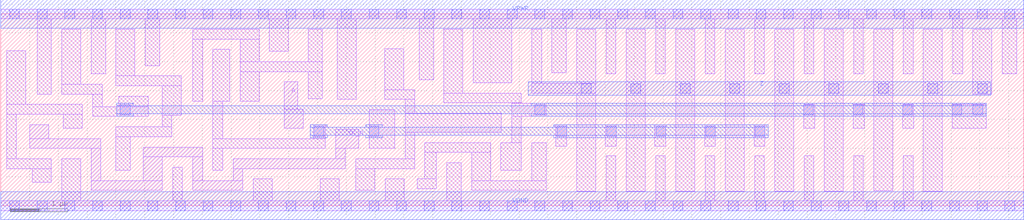
<source format=lef>
# Copyright 2020 The SkyWater PDK Authors
#
# Licensed under the Apache License, Version 2.0 (the "License");
# you may not use this file except in compliance with the License.
# You may obtain a copy of the License at
#
#     https://www.apache.org/licenses/LICENSE-2.0
#
# Unless required by applicable law or agreed to in writing, software
# distributed under the License is distributed on an "AS IS" BASIS,
# WITHOUT WARRANTIES OR CONDITIONS OF ANY KIND, either express or implied.
# See the License for the specific language governing permissions and
# limitations under the License.
#
# SPDX-License-Identifier: Apache-2.0

VERSION 5.7 ;
  NAMESCASESENSITIVE ON ;
  NOWIREEXTENSIONATPIN ON ;
  DIVIDERCHAR "/" ;
  BUSBITCHARS "[]" ;
UNITS
  DATABASE MICRONS 200 ;
END UNITS
MACRO sky130_fd_sc_lp__busdrivernovlp2_20
  CLASS CORE ;
  SOURCE USER ;
  FOREIGN sky130_fd_sc_lp__busdrivernovlp2_20 ;
  ORIGIN  0.000000  0.000000 ;
  SIZE  17.76000 BY  3.330000 ;
  SYMMETRY X Y ;
  SITE unit ;
  PIN A
    ANTENNAGATEAREA  1.260000 ;
    USE SIGNAL ;
    PORT
      LAYER li1 ;
        RECT 4.925000 1.345000 5.255000 1.675000 ;
        RECT 4.925000 1.675000 5.155000 2.150000 ;
    END
  END A
  PIN TE_B
    ANTENNAGATEAREA  0.630000 ;
    USE SIGNAL ;
    PORT
      LAYER li1 ;
        RECT 0.505000 0.995000 1.740000 1.165000 ;
        RECT 0.505000 1.165000 0.835000 1.410000 ;
        RECT 1.570000 0.265000 2.805000 0.435000 ;
        RECT 1.570000 0.435000 1.740000 0.995000 ;
        RECT 2.475000 0.435000 2.805000 0.850000 ;
        RECT 2.475000 0.850000 3.505000 1.020000 ;
        RECT 3.335000 0.265000 4.205000 0.435000 ;
        RECT 3.335000 0.435000 3.505000 0.850000 ;
        RECT 4.035000 0.435000 4.205000 0.645000 ;
        RECT 4.035000 0.645000 5.985000 0.815000 ;
        RECT 5.815000 0.815000 5.985000 0.995000 ;
        RECT 5.815000 0.995000 6.215000 1.325000 ;
    END
  END TE_B
  PIN Z
    ANTENNADIFFAREA  4.968000 ;
    USE SIGNAL ;
    PORT
      LAYER met1 ;
        RECT 9.160000 1.920000 17.190000 2.150000 ;
    END
  END Z
  PIN VGND
    DIRECTION INOUT ;
    USE GROUND ;
    PORT
      LAYER met1 ;
        RECT 0.000000 -0.245000 17.760000 0.245000 ;
    END
  END VGND
  PIN VPWR
    DIRECTION INOUT ;
    USE POWER ;
    PORT
      LAYER met1 ;
        RECT 0.000000 3.085000 17.760000 3.575000 ;
    END
  END VPWR
  OBS
    LAYER li1 ;
      RECT  0.000000 -0.085000 17.760000 0.085000 ;
      RECT  0.000000  3.245000 17.760000 3.415000 ;
      RECT  0.100000  0.645000  0.880000 0.815000 ;
      RECT  0.100000  0.815000  0.270000 1.590000 ;
      RECT  0.100000  1.590000  1.415000 1.760000 ;
      RECT  0.100000  1.760000  0.430000 2.695000 ;
      RECT  0.550000  0.405000  0.880000 0.645000 ;
      RECT  0.630000  1.940000  0.880000 3.245000 ;
      RECT  1.060000  0.085000  1.390000 0.815000 ;
      RECT  1.060000  1.940000  1.765000 2.110000 ;
      RECT  1.060000  2.110000  1.390000 3.065000 ;
      RECT  1.085000  1.345000  1.415000 1.590000 ;
      RECT  1.570000  2.290000  1.820000 3.245000 ;
      RECT  1.595000  1.550000  2.565000 1.720000 ;
      RECT  1.595000  1.720000  1.765000 1.940000 ;
      RECT  1.995000  0.615000  2.245000 1.200000 ;
      RECT  1.995000  1.200000  2.970000 1.370000 ;
      RECT  2.000000  2.085000  3.130000 2.255000 ;
      RECT  2.000000  2.255000  2.330000 3.065000 ;
      RECT  2.045000  1.720000  2.565000 1.905000 ;
      RECT  2.510000  2.435000  2.760000 3.245000 ;
      RECT  2.800000  1.370000  2.970000 1.575000 ;
      RECT  2.800000  1.575000  3.130000 2.085000 ;
      RECT  2.985000  0.085000  3.155000 0.670000 ;
      RECT  3.335000  1.815000  3.505000 2.895000 ;
      RECT  3.335000  2.895000  4.485000 3.065000 ;
      RECT  3.685000  0.615000  3.855000 0.995000 ;
      RECT  3.685000  0.995000  5.635000 1.165000 ;
      RECT  3.685000  1.165000  3.855000 1.815000 ;
      RECT  3.685000  1.815000  3.975000 2.715000 ;
      RECT  4.155000  1.815000  4.485000 2.330000 ;
      RECT  4.155000  2.330000  5.585000 2.500000 ;
      RECT  4.155000  2.500000  4.485000 2.895000 ;
      RECT  4.385000  0.085000  4.715000 0.465000 ;
      RECT  4.665000  2.680000  4.995000 3.245000 ;
      RECT  5.335000  1.855000  5.585000 2.330000 ;
      RECT  5.335000  2.500000  5.585000 3.065000 ;
      RECT  5.435000  1.165000  5.635000 1.410000 ;
      RECT  5.545000  0.085000  5.875000 0.465000 ;
      RECT  5.845000  1.845000  6.175000 3.245000 ;
      RECT  6.165000  0.265000  6.495000 0.645000 ;
      RECT  6.165000  0.645000  7.190000 0.815000 ;
      RECT  6.395000  0.995000  6.840000 1.665000 ;
      RECT  6.665000  1.845000  7.190000 2.015000 ;
      RECT  6.665000  2.015000  6.995000 2.725000 ;
      RECT  6.675000  0.085000  7.005000 0.465000 ;
      RECT  7.020000  0.815000  7.190000 1.275000 ;
      RECT  7.020000  1.275000  8.690000 1.605000 ;
      RECT  7.020000  1.605000  7.190000 1.845000 ;
      RECT  7.235000  0.295000  7.565000 0.465000 ;
      RECT  7.265000  2.185000  7.515000 3.245000 ;
      RECT  7.360000  0.465000  7.565000 0.925000 ;
      RECT  7.360000  0.925000  8.505000 1.095000 ;
      RECT  7.695000  1.785000  9.040000 1.955000 ;
      RECT  7.695000  1.955000  8.025000 3.065000 ;
      RECT  7.745000  0.085000  7.995000 0.745000 ;
      RECT  8.175000  0.265000  9.470000 0.435000 ;
      RECT  8.175000  0.435000  8.505000 0.925000 ;
      RECT  8.205000  2.135000  8.875000 3.245000 ;
      RECT  8.685000  0.615000  9.040000 1.095000 ;
      RECT  8.870000  1.095000  9.040000 1.550000 ;
      RECT  8.870000  1.550000  9.475000 1.780000 ;
      RECT  8.870000  1.780000  9.040000 1.785000 ;
      RECT  9.220000  0.435000  9.470000 1.095000 ;
      RECT  9.220000  1.950000 10.330000 2.130000 ;
      RECT  9.220000  2.130000  9.390000 3.065000 ;
      RECT  9.570000  2.310000  9.820000 3.245000 ;
      RECT  9.640000  1.035000  9.830000 1.410000 ;
      RECT 10.000000  0.255000 10.330000 1.950000 ;
      RECT 10.000000  2.130000 10.330000 3.065000 ;
      RECT 10.500000  1.035000 10.690000 1.410000 ;
      RECT 10.510000  0.085000 10.680000 0.865000 ;
      RECT 10.510000  2.290000 10.680000 3.245000 ;
      RECT 10.860000  0.255000 11.190000 3.065000 ;
      RECT 11.360000  1.035000 11.550000 1.410000 ;
      RECT 11.370000  0.085000 11.540000 0.865000 ;
      RECT 11.370000  2.290000 11.540000 3.245000 ;
      RECT 11.720000  0.255000 12.050000 3.065000 ;
      RECT 12.220000  1.035000 12.410000 1.410000 ;
      RECT 12.230000  0.085000 12.400000 0.865000 ;
      RECT 12.230000  2.290000 12.400000 3.245000 ;
      RECT 12.580000  0.255000 12.910000 3.065000 ;
      RECT 13.080000  1.035000 13.270000 1.410000 ;
      RECT 13.090000  0.085000 13.260000 0.865000 ;
      RECT 13.090000  2.290000 13.260000 3.245000 ;
      RECT 13.440000  0.255000 13.770000 3.065000 ;
      RECT 13.940000  1.345000 14.130000 1.760000 ;
      RECT 13.950000  0.085000 14.120000 0.865000 ;
      RECT 13.950000  2.290000 14.120000 3.245000 ;
      RECT 14.300000  0.255000 14.630000 3.065000 ;
      RECT 14.800000  1.345000 14.990000 1.760000 ;
      RECT 14.810000  0.085000 14.980000 0.865000 ;
      RECT 14.810000  2.290000 14.980000 3.245000 ;
      RECT 15.160000  0.260000 15.490000 3.065000 ;
      RECT 15.660000  1.345000 15.850000 1.760000 ;
      RECT 15.670000  0.085000 15.840000 0.865000 ;
      RECT 15.670000  2.290000 15.840000 3.245000 ;
      RECT 16.020000  0.255000 16.350000 3.065000 ;
      RECT 16.520000  1.345000 17.110000 1.760000 ;
      RECT 16.530000  2.290000 16.700000 3.245000 ;
      RECT 16.880000  1.940000 17.210000 3.065000 ;
      RECT 17.390000  2.290000 17.640000 3.245000 ;
    LAYER mcon ;
      RECT  0.155000 -0.085000  0.325000 0.085000 ;
      RECT  0.155000  3.245000  0.325000 3.415000 ;
      RECT  0.635000 -0.085000  0.805000 0.085000 ;
      RECT  0.635000  3.245000  0.805000 3.415000 ;
      RECT  1.115000 -0.085000  1.285000 0.085000 ;
      RECT  1.115000  3.245000  1.285000 3.415000 ;
      RECT  1.595000 -0.085000  1.765000 0.085000 ;
      RECT  1.595000  3.245000  1.765000 3.415000 ;
      RECT  2.075000 -0.085000  2.245000 0.085000 ;
      RECT  2.075000  1.580000  2.245000 1.750000 ;
      RECT  2.075000  3.245000  2.245000 3.415000 ;
      RECT  2.555000 -0.085000  2.725000 0.085000 ;
      RECT  2.555000  3.245000  2.725000 3.415000 ;
      RECT  3.035000 -0.085000  3.205000 0.085000 ;
      RECT  3.035000  3.245000  3.205000 3.415000 ;
      RECT  3.515000 -0.085000  3.685000 0.085000 ;
      RECT  3.515000  3.245000  3.685000 3.415000 ;
      RECT  3.995000 -0.085000  4.165000 0.085000 ;
      RECT  3.995000  3.245000  4.165000 3.415000 ;
      RECT  4.475000 -0.085000  4.645000 0.085000 ;
      RECT  4.475000  3.245000  4.645000 3.415000 ;
      RECT  4.955000 -0.085000  5.125000 0.085000 ;
      RECT  4.955000  3.245000  5.125000 3.415000 ;
      RECT  5.435000 -0.085000  5.605000 0.085000 ;
      RECT  5.435000  1.210000  5.605000 1.380000 ;
      RECT  5.435000  3.245000  5.605000 3.415000 ;
      RECT  5.915000 -0.085000  6.085000 0.085000 ;
      RECT  5.915000  3.245000  6.085000 3.415000 ;
      RECT  6.395000 -0.085000  6.565000 0.085000 ;
      RECT  6.395000  1.210000  6.565000 1.380000 ;
      RECT  6.395000  3.245000  6.565000 3.415000 ;
      RECT  6.875000 -0.085000  7.045000 0.085000 ;
      RECT  6.875000  3.245000  7.045000 3.415000 ;
      RECT  7.355000 -0.085000  7.525000 0.085000 ;
      RECT  7.355000  3.245000  7.525000 3.415000 ;
      RECT  7.835000 -0.085000  8.005000 0.085000 ;
      RECT  7.835000  3.245000  8.005000 3.415000 ;
      RECT  8.315000 -0.085000  8.485000 0.085000 ;
      RECT  8.315000  3.245000  8.485000 3.415000 ;
      RECT  8.795000 -0.085000  8.965000 0.085000 ;
      RECT  8.795000  3.245000  8.965000 3.415000 ;
      RECT  9.275000 -0.085000  9.445000 0.085000 ;
      RECT  9.275000  1.580000  9.445000 1.750000 ;
      RECT  9.275000  3.245000  9.445000 3.415000 ;
      RECT  9.660000  1.210000  9.830000 1.380000 ;
      RECT  9.755000 -0.085000  9.925000 0.085000 ;
      RECT  9.755000  3.245000  9.925000 3.415000 ;
      RECT 10.080000  1.950000 10.250000 2.120000 ;
      RECT 10.235000 -0.085000 10.405000 0.085000 ;
      RECT 10.235000  3.245000 10.405000 3.415000 ;
      RECT 10.520000  1.210000 10.690000 1.380000 ;
      RECT 10.715000 -0.085000 10.885000 0.085000 ;
      RECT 10.715000  3.245000 10.885000 3.415000 ;
      RECT 10.940000  1.950000 11.110000 2.120000 ;
      RECT 11.195000 -0.085000 11.365000 0.085000 ;
      RECT 11.195000  3.245000 11.365000 3.415000 ;
      RECT 11.380000  1.210000 11.550000 1.380000 ;
      RECT 11.675000 -0.085000 11.845000 0.085000 ;
      RECT 11.675000  3.245000 11.845000 3.415000 ;
      RECT 11.800000  1.950000 11.970000 2.120000 ;
      RECT 12.155000 -0.085000 12.325000 0.085000 ;
      RECT 12.155000  3.245000 12.325000 3.415000 ;
      RECT 12.240000  1.210000 12.410000 1.380000 ;
      RECT 12.635000 -0.085000 12.805000 0.085000 ;
      RECT 12.635000  3.245000 12.805000 3.415000 ;
      RECT 12.660000  1.950000 12.830000 2.120000 ;
      RECT 13.100000  1.210000 13.270000 1.380000 ;
      RECT 13.115000 -0.085000 13.285000 0.085000 ;
      RECT 13.115000  3.245000 13.285000 3.415000 ;
      RECT 13.520000  1.950000 13.690000 2.120000 ;
      RECT 13.595000 -0.085000 13.765000 0.085000 ;
      RECT 13.595000  3.245000 13.765000 3.415000 ;
      RECT 13.940000  1.580000 14.110000 1.750000 ;
      RECT 14.075000 -0.085000 14.245000 0.085000 ;
      RECT 14.075000  3.245000 14.245000 3.415000 ;
      RECT 14.380000  1.950000 14.550000 2.120000 ;
      RECT 14.555000 -0.085000 14.725000 0.085000 ;
      RECT 14.555000  3.245000 14.725000 3.415000 ;
      RECT 14.800000  1.580000 14.970000 1.750000 ;
      RECT 15.035000 -0.085000 15.205000 0.085000 ;
      RECT 15.035000  3.245000 15.205000 3.415000 ;
      RECT 15.240000  1.950000 15.410000 2.120000 ;
      RECT 15.515000 -0.085000 15.685000 0.085000 ;
      RECT 15.515000  3.245000 15.685000 3.415000 ;
      RECT 15.660000  1.580000 15.830000 1.750000 ;
      RECT 15.995000 -0.085000 16.165000 0.085000 ;
      RECT 15.995000  3.245000 16.165000 3.415000 ;
      RECT 16.100000  1.950000 16.270000 2.120000 ;
      RECT 16.475000 -0.085000 16.645000 0.085000 ;
      RECT 16.475000  3.245000 16.645000 3.415000 ;
      RECT 16.520000  1.580000 16.690000 1.750000 ;
      RECT 16.880000  1.580000 17.050000 1.750000 ;
      RECT 16.955000 -0.085000 17.125000 0.085000 ;
      RECT 16.955000  3.245000 17.125000 3.415000 ;
      RECT 16.960000  1.950000 17.130000 2.120000 ;
      RECT 17.435000 -0.085000 17.605000 0.085000 ;
      RECT 17.435000  3.245000 17.605000 3.415000 ;
    LAYER met1 ;
      RECT 2.015000 1.550000  2.305000 1.595000 ;
      RECT 2.015000 1.595000 17.110000 1.735000 ;
      RECT 2.015000 1.735000  2.305000 1.780000 ;
      RECT 5.375000 1.180000  5.665000 1.225000 ;
      RECT 5.375000 1.225000 13.330000 1.365000 ;
      RECT 5.375000 1.365000  5.665000 1.410000 ;
      RECT 6.335000 1.180000  6.625000 1.225000 ;
      RECT 6.335000 1.365000  6.625000 1.410000 ;
      RECT 9.215000 1.550000 17.110000 1.595000 ;
      RECT 9.215000 1.735000 17.110000 1.780000 ;
      RECT 9.600000 1.180000 13.330000 1.225000 ;
      RECT 9.600000 1.365000 13.330000 1.410000 ;
  END
END sky130_fd_sc_lp__busdrivernovlp2_20

</source>
